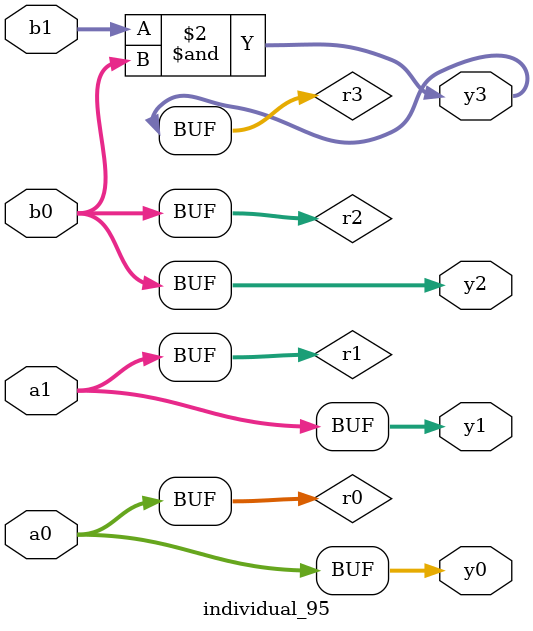
<source format=sv>
module individual_95(input logic [15:0] a1, input logic [15:0] a0, input logic [15:0] b1, input logic [15:0] b0, output logic [15:0] y3, output logic [15:0] y2, output logic [15:0] y1, output logic [15:0] y0);
logic [15:0] r0, r1, r2, r3; 
 always@(*) begin 
	 r0 = a0; r1 = a1; r2 = b0; r3 = b1; 
 	 r3  &=  r2 ;
 	 y3 = r3; y2 = r2; y1 = r1; y0 = r0; 
end
endmodule
</source>
